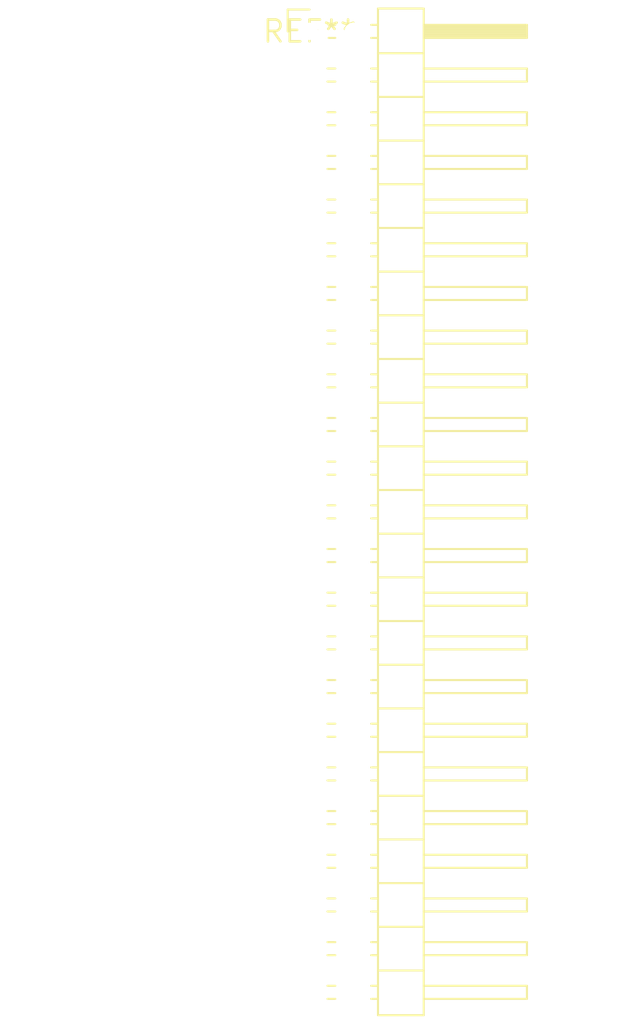
<source format=kicad_pcb>
(kicad_pcb (version 20240108) (generator pcbnew)
  (layers (0 "F.Cu" signal) (31 "B.Cu" signal) (34 "B.Paste" user) (35 "F.Paste" user) (36 "B.SilkS" user "B.Silkscreen") (37 "F.SilkS" user "F.Silkscreen") (38 "B.Mask" user) (39 "F.Mask" user) (44 "Edge.Cuts" user))
  (net 0 "")
  (footprint "PinHeader_2x23_P2.54mm_Horizontal" (layer "F.Cu") (at 0 0)
    (property "Reference" "REF**")
    (property "Value" "PinHeader_2x23_P2.54mm_Horizontal")
    (fp_line (start -1.27 -1.27) (end 0 -1.27) (layer "F.SilkS") (stroke (width 0.12)))
    (fp_line (start -1.27 0) (end -1.27 -1.27) (layer "F.SilkS") (stroke (width 0.12)))
    (fp_line (start 1.042929 2.16) (end 1.497071 2.16) (layer "F.SilkS") (stroke (width 0.12)))
    (fp_line (start 1.042929 2.92) (end 1.497071 2.92) (layer "F.SilkS") (stroke (width 0.12)))
    (fp_line (start 1.042929 4.7) (end 1.497071 4.7) (layer "F.SilkS") (stroke (width 0.12)))
    (fp_line (start 1.042929 5.46) (end 1.497071 5.46) (layer "F.SilkS") (stroke (width 0.12)))
    (fp_line (start 1.042929 7.24) (end 1.497071 7.24) (layer "F.SilkS") (stroke (width 0.12)))
    (fp_line (start 1.042929 8) (end 1.497071 8) (layer "F.SilkS") (stroke (width 0.12)))
    (fp_line (start 1.042929 9.78) (end 1.497071 9.78) (layer "F.SilkS") (stroke (width 0.12)))
    (fp_line (start 1.042929 10.54) (end 1.497071 10.54) (layer "F.SilkS") (stroke (width 0.12)))
    (fp_line (start 1.042929 12.32) (end 1.497071 12.32) (layer "F.SilkS") (stroke (width 0.12)))
    (fp_line (start 1.042929 13.08) (end 1.497071 13.08) (layer "F.SilkS") (stroke (width 0.12)))
    (fp_line (start 1.042929 14.86) (end 1.497071 14.86) (layer "F.SilkS") (stroke (width 0.12)))
    (fp_line (start 1.042929 15.62) (end 1.497071 15.62) (layer "F.SilkS") (stroke (width 0.12)))
    (fp_line (start 1.042929 17.4) (end 1.497071 17.4) (layer "F.SilkS") (stroke (width 0.12)))
    (fp_line (start 1.042929 18.16) (end 1.497071 18.16) (layer "F.SilkS") (stroke (width 0.12)))
    (fp_line (start 1.042929 19.94) (end 1.497071 19.94) (layer "F.SilkS") (stroke (width 0.12)))
    (fp_line (start 1.042929 20.7) (end 1.497071 20.7) (layer "F.SilkS") (stroke (width 0.12)))
    (fp_line (start 1.042929 22.48) (end 1.497071 22.48) (layer "F.SilkS") (stroke (width 0.12)))
    (fp_line (start 1.042929 23.24) (end 1.497071 23.24) (layer "F.SilkS") (stroke (width 0.12)))
    (fp_line (start 1.042929 25.02) (end 1.497071 25.02) (layer "F.SilkS") (stroke (width 0.12)))
    (fp_line (start 1.042929 25.78) (end 1.497071 25.78) (layer "F.SilkS") (stroke (width 0.12)))
    (fp_line (start 1.042929 27.56) (end 1.497071 27.56) (layer "F.SilkS") (stroke (width 0.12)))
    (fp_line (start 1.042929 28.32) (end 1.497071 28.32) (layer "F.SilkS") (stroke (width 0.12)))
    (fp_line (start 1.042929 30.1) (end 1.497071 30.1) (layer "F.SilkS") (stroke (width 0.12)))
    (fp_line (start 1.042929 30.86) (end 1.497071 30.86) (layer "F.SilkS") (stroke (width 0.12)))
    (fp_line (start 1.042929 32.64) (end 1.497071 32.64) (layer "F.SilkS") (stroke (width 0.12)))
    (fp_line (start 1.042929 33.4) (end 1.497071 33.4) (layer "F.SilkS") (stroke (width 0.12)))
    (fp_line (start 1.042929 35.18) (end 1.497071 35.18) (layer "F.SilkS") (stroke (width 0.12)))
    (fp_line (start 1.042929 35.94) (end 1.497071 35.94) (layer "F.SilkS") (stroke (width 0.12)))
    (fp_line (start 1.042929 37.72) (end 1.497071 37.72) (layer "F.SilkS") (stroke (width 0.12)))
    (fp_line (start 1.042929 38.48) (end 1.497071 38.48) (layer "F.SilkS") (stroke (width 0.12)))
    (fp_line (start 1.042929 40.26) (end 1.497071 40.26) (layer "F.SilkS") (stroke (width 0.12)))
    (fp_line (start 1.042929 41.02) (end 1.497071 41.02) (layer "F.SilkS") (stroke (width 0.12)))
    (fp_line (start 1.042929 42.8) (end 1.497071 42.8) (layer "F.SilkS") (stroke (width 0.12)))
    (fp_line (start 1.042929 43.56) (end 1.497071 43.56) (layer "F.SilkS") (stroke (width 0.12)))
    (fp_line (start 1.042929 45.34) (end 1.497071 45.34) (layer "F.SilkS") (stroke (width 0.12)))
    (fp_line (start 1.042929 46.1) (end 1.497071 46.1) (layer "F.SilkS") (stroke (width 0.12)))
    (fp_line (start 1.042929 47.88) (end 1.497071 47.88) (layer "F.SilkS") (stroke (width 0.12)))
    (fp_line (start 1.042929 48.64) (end 1.497071 48.64) (layer "F.SilkS") (stroke (width 0.12)))
    (fp_line (start 1.042929 50.42) (end 1.497071 50.42) (layer "F.SilkS") (stroke (width 0.12)))
    (fp_line (start 1.042929 51.18) (end 1.497071 51.18) (layer "F.SilkS") (stroke (width 0.12)))
    (fp_line (start 1.042929 52.96) (end 1.497071 52.96) (layer "F.SilkS") (stroke (width 0.12)))
    (fp_line (start 1.042929 53.72) (end 1.497071 53.72) (layer "F.SilkS") (stroke (width 0.12)))
    (fp_line (start 1.042929 55.5) (end 1.497071 55.5) (layer "F.SilkS") (stroke (width 0.12)))
    (fp_line (start 1.042929 56.26) (end 1.497071 56.26) (layer "F.SilkS") (stroke (width 0.12)))
    (fp_line (start 1.11 -0.38) (end 1.497071 -0.38) (layer "F.SilkS") (stroke (width 0.12)))
    (fp_line (start 1.11 0.38) (end 1.497071 0.38) (layer "F.SilkS") (stroke (width 0.12)))
    (fp_line (start 3.582929 -0.38) (end 3.98 -0.38) (layer "F.SilkS") (stroke (width 0.12)))
    (fp_line (start 3.582929 0.38) (end 3.98 0.38) (layer "F.SilkS") (stroke (width 0.12)))
    (fp_line (start 3.582929 2.16) (end 3.98 2.16) (layer "F.SilkS") (stroke (width 0.12)))
    (fp_line (start 3.582929 2.92) (end 3.98 2.92) (layer "F.SilkS") (stroke (width 0.12)))
    (fp_line (start 3.582929 4.7) (end 3.98 4.7) (layer "F.SilkS") (stroke (width 0.12)))
    (fp_line (start 3.582929 5.46) (end 3.98 5.46) (layer "F.SilkS") (stroke (width 0.12)))
    (fp_line (start 3.582929 7.24) (end 3.98 7.24) (layer "F.SilkS") (stroke (width 0.12)))
    (fp_line (start 3.582929 8) (end 3.98 8) (layer "F.SilkS") (stroke (width 0.12)))
    (fp_line (start 3.582929 9.78) (end 3.98 9.78) (layer "F.SilkS") (stroke (width 0.12)))
    (fp_line (start 3.582929 10.54) (end 3.98 10.54) (layer "F.SilkS") (stroke (width 0.12)))
    (fp_line (start 3.582929 12.32) (end 3.98 12.32) (layer "F.SilkS") (stroke (width 0.12)))
    (fp_line (start 3.582929 13.08) (end 3.98 13.08) (layer "F.SilkS") (stroke (width 0.12)))
    (fp_line (start 3.582929 14.86) (end 3.98 14.86) (layer "F.SilkS") (stroke (width 0.12)))
    (fp_line (start 3.582929 15.62) (end 3.98 15.62) (layer "F.SilkS") (stroke (width 0.12)))
    (fp_line (start 3.582929 17.4) (end 3.98 17.4) (layer "F.SilkS") (stroke (width 0.12)))
    (fp_line (start 3.582929 18.16) (end 3.98 18.16) (layer "F.SilkS") (stroke (width 0.12)))
    (fp_line (start 3.582929 19.94) (end 3.98 19.94) (layer "F.SilkS") (stroke (width 0.12)))
    (fp_line (start 3.582929 20.7) (end 3.98 20.7) (layer "F.SilkS") (stroke (width 0.12)))
    (fp_line (start 3.582929 22.48) (end 3.98 22.48) (layer "F.SilkS") (stroke (width 0.12)))
    (fp_line (start 3.582929 23.24) (end 3.98 23.24) (layer "F.SilkS") (stroke (width 0.12)))
    (fp_line (start 3.582929 25.02) (end 3.98 25.02) (layer "F.SilkS") (stroke (width 0.12)))
    (fp_line (start 3.582929 25.78) (end 3.98 25.78) (layer "F.SilkS") (stroke (width 0.12)))
    (fp_line (start 3.582929 27.56) (end 3.98 27.56) (layer "F.SilkS") (stroke (width 0.12)))
    (fp_line (start 3.582929 28.32) (end 3.98 28.32) (layer "F.SilkS") (stroke (width 0.12)))
    (fp_line (start 3.582929 30.1) (end 3.98 30.1) (layer "F.SilkS") (stroke (width 0.12)))
    (fp_line (start 3.582929 30.86) (end 3.98 30.86) (layer "F.SilkS") (stroke (width 0.12)))
    (fp_line (start 3.582929 32.64) (end 3.98 32.64) (layer "F.SilkS") (stroke (width 0.12)))
    (fp_line (start 3.582929 33.4) (end 3.98 33.4) (layer "F.SilkS") (stroke (width 0.12)))
    (fp_line (start 3.582929 35.18) (end 3.98 35.18) (layer "F.SilkS") (stroke (width 0.12)))
    (fp_line (start 3.582929 35.94) (end 3.98 35.94) (layer "F.SilkS") (stroke (width 0.12)))
    (fp_line (start 3.582929 37.72) (end 3.98 37.72) (layer "F.SilkS") (stroke (width 0.12)))
    (fp_line (start 3.582929 38.48) (end 3.98 38.48) (layer "F.SilkS") (stroke (width 0.12)))
    (fp_line (start 3.582929 40.26) (end 3.98 40.26) (layer "F.SilkS") (stroke (width 0.12)))
    (fp_line (start 3.582929 41.02) (end 3.98 41.02) (layer "F.SilkS") (stroke (width 0.12)))
    (fp_line (start 3.582929 42.8) (end 3.98 42.8) (layer "F.SilkS") (stroke (width 0.12)))
    (fp_line (start 3.582929 43.56) (end 3.98 43.56) (layer "F.SilkS") (stroke (width 0.12)))
    (fp_line (start 3.582929 45.34) (end 3.98 45.34) (layer "F.SilkS") (stroke (width 0.12)))
    (fp_line (start 3.582929 46.1) (end 3.98 46.1) (layer "F.SilkS") (stroke (width 0.12)))
    (fp_line (start 3.582929 47.88) (end 3.98 47.88) (layer "F.SilkS") (stroke (width 0.12)))
    (fp_line (start 3.582929 48.64) (end 3.98 48.64) (layer "F.SilkS") (stroke (width 0.12)))
    (fp_line (start 3.582929 50.42) (end 3.98 50.42) (layer "F.SilkS") (stroke (width 0.12)))
    (fp_line (start 3.582929 51.18) (end 3.98 51.18) (layer "F.SilkS") (stroke (width 0.12)))
    (fp_line (start 3.582929 52.96) (end 3.98 52.96) (layer "F.SilkS") (stroke (width 0.12)))
    (fp_line (start 3.582929 53.72) (end 3.98 53.72) (layer "F.SilkS") (stroke (width 0.12)))
    (fp_line (start 3.582929 55.5) (end 3.98 55.5) (layer "F.SilkS") (stroke (width 0.12)))
    (fp_line (start 3.582929 56.26) (end 3.98 56.26) (layer "F.SilkS") (stroke (width 0.12)))
    (fp_line (start 3.98 -1.33) (end 3.98 57.21) (layer "F.SilkS") (stroke (width 0.12)))
    (fp_line (start 3.98 1.27) (end 6.64 1.27) (layer "F.SilkS") (stroke (width 0.12)))
    (fp_line (start 3.98 3.81) (end 6.64 3.81) (layer "F.SilkS") (stroke (width 0.12)))
    (fp_line (start 3.98 6.35) (end 6.64 6.35) (layer "F.SilkS") (stroke (width 0.12)))
    (fp_line (start 3.98 8.89) (end 6.64 8.89) (layer "F.SilkS") (stroke (width 0.12)))
    (fp_line (start 3.98 11.43) (end 6.64 11.43) (layer "F.SilkS") (stroke (width 0.12)))
    (fp_line (start 3.98 13.97) (end 6.64 13.97) (layer "F.SilkS") (stroke (width 0.12)))
    (fp_line (start 3.98 16.51) (end 6.64 16.51) (layer "F.SilkS") (stroke (width 0.12)))
    (fp_line (start 3.98 19.05) (end 6.64 19.05) (layer "F.SilkS") (stroke (width 0.12)))
    (fp_line (start 3.98 21.59) (end 6.64 21.59) (layer "F.SilkS") (stroke (width 0.12)))
    (fp_line (start 3.98 24.13) (end 6.64 24.13) (layer "F.SilkS") (stroke (width 0.12)))
    (fp_line (start 3.98 26.67) (end 6.64 26.67) (layer "F.SilkS") (stroke (width 0.12)))
    (fp_line (start 3.98 29.21) (end 6.64 29.21) (layer "F.SilkS") (stroke (width 0.12)))
    (fp_line (start 3.98 31.75) (end 6.64 31.75) (layer "F.SilkS") (stroke (width 0.12)))
    (fp_line (start 3.98 34.29) (end 6.64 34.29) (layer "F.SilkS") (stroke (width 0.12)))
    (fp_line (start 3.98 36.83) (end 6.64 36.83) (layer "F.SilkS") (stroke (width 0.12)))
    (fp_line (start 3.98 39.37) (end 6.64 39.37) (layer "F.SilkS") (stroke (width 0.12)))
    (fp_line (start 3.98 41.91) (end 6.64 41.91) (layer "F.SilkS") (stroke (width 0.12)))
    (fp_line (start 3.98 44.45) (end 6.64 44.45) (layer "F.SilkS") (stroke (width 0.12)))
    (fp_line (start 3.98 46.99) (end 6.64 46.99) (layer "F.SilkS") (stroke (width 0.12)))
    (fp_line (start 3.98 49.53) (end 6.64 49.53) (layer "F.SilkS") (stroke (width 0.12)))
    (fp_line (start 3.98 52.07) (end 6.64 52.07) (layer "F.SilkS") (stroke (width 0.12)))
    (fp_line (start 3.98 54.61) (end 6.64 54.61) (layer "F.SilkS") (stroke (width 0.12)))
    (fp_line (start 3.98 57.21) (end 6.64 57.21) (layer "F.SilkS") (stroke (width 0.12)))
    (fp_line (start 6.64 -1.33) (end 3.98 -1.33) (layer "F.SilkS") (stroke (width 0.12)))
    (fp_line (start 6.64 -0.38) (end 12.64 -0.38) (layer "F.SilkS") (stroke (width 0.12)))
    (fp_line (start 6.64 -0.32) (end 12.64 -0.32) (layer "F.SilkS") (stroke (width 0.12)))
    (fp_line (start 6.64 -0.2) (end 12.64 -0.2) (layer "F.SilkS") (stroke (width 0.12)))
    (fp_line (start 6.64 -0.08) (end 12.64 -0.08) (layer "F.SilkS") (stroke (width 0.12)))
    (fp_line (start 6.64 0.04) (end 12.64 0.04) (layer "F.SilkS") (stroke (width 0.12)))
    (fp_line (start 6.64 0.16) (end 12.64 0.16) (layer "F.SilkS") (stroke (width 0.12)))
    (fp_line (start 6.64 0.28) (end 12.64 0.28) (layer "F.SilkS") (stroke (width 0.12)))
    (fp_line (start 6.64 2.16) (end 12.64 2.16) (layer "F.SilkS") (stroke (width 0.12)))
    (fp_line (start 6.64 4.7) (end 12.64 4.7) (layer "F.SilkS") (stroke (width 0.12)))
    (fp_line (start 6.64 7.24) (end 12.64 7.24) (layer "F.SilkS") (stroke (width 0.12)))
    (fp_line (start 6.64 9.78) (end 12.64 9.78) (layer "F.SilkS") (stroke (width 0.12)))
    (fp_line (start 6.64 12.32) (end 12.64 12.32) (layer "F.SilkS") (stroke (width 0.12)))
    (fp_line (start 6.64 14.86) (end 12.64 14.86) (layer "F.SilkS") (stroke (width 0.12)))
    (fp_line (start 6.64 17.4) (end 12.64 17.4) (layer "F.SilkS") (stroke (width 0.12)))
    (fp_line (start 6.64 19.94) (end 12.64 19.94) (layer "F.SilkS") (stroke (width 0.12)))
    (fp_line (start 6.64 22.48) (end 12.64 22.48) (layer "F.SilkS") (stroke (width 0.12)))
    (fp_line (start 6.64 25.02) (end 12.64 25.02) (layer "F.SilkS") (stroke (width 0.12)))
    (fp_line (start 6.64 27.56) (end 12.64 27.56) (layer "F.SilkS") (stroke (width 0.12)))
    (fp_line (start 6.64 30.1) (end 12.64 30.1) (layer "F.SilkS") (stroke (width 0.12)))
    (fp_line (start 6.64 32.64) (end 12.64 32.64) (layer "F.SilkS") (stroke (width 0.12)))
    (fp_line (start 6.64 35.18) (end 12.64 35.18) (layer "F.SilkS") (stroke (width 0.12)))
    (fp_line (start 6.64 37.72) (end 12.64 37.72) (layer "F.SilkS") (stroke (width 0.12)))
    (fp_line (start 6.64 40.26) (end 12.64 40.26) (layer "F.SilkS") (stroke (width 0.12)))
    (fp_line (start 6.64 42.8) (end 12.64 42.8) (layer "F.SilkS") (stroke (width 0.12)))
    (fp_line (start 6.64 45.34) (end 12.64 45.34) (layer "F.SilkS") (stroke (width 0.12)))
    (fp_line (start 6.64 47.88) (end 12.64 47.88) (layer "F.SilkS") (stroke (width 0.12)))
    (fp_line (start 6.64 50.42) (end 12.64 50.42) (layer "F.SilkS") (stroke (width 0.12)))
    (fp_line (start 6.64 52.96) (end 12.64 52.96) (layer "F.SilkS") (stroke (width 0.12)))
    (fp_line (start 6.64 55.5) (end 12.64 55.5) (layer "F.SilkS") (stroke (width 0.12)))
    (fp_line (start 6.64 57.21) (end 6.64 -1.33) (layer "F.SilkS") (stroke (width 0.12)))
    (fp_line (start 12.64 -0.38) (end 12.64 0.38) (layer "F.SilkS") (stroke (width 0.12)))
    (fp_line (start 12.64 0.38) (end 6.64 0.38) (layer "F.SilkS") (stroke (width 0.12)))
    (fp_line (start 12.64 2.16) (end 12.64 2.92) (layer "F.SilkS") (stroke (width 0.12)))
    (fp_line (start 12.64 2.92) (end 6.64 2.92) (layer "F.SilkS") (stroke (width 0.12)))
    (fp_line (start 12.64 4.7) (end 12.64 5.46) (layer "F.SilkS") (stroke (width 0.12)))
    (fp_line (start 12.64 5.46) (end 6.64 5.46) (layer "F.SilkS") (stroke (width 0.12)))
    (fp_line (start 12.64 7.24) (end 12.64 8) (layer "F.SilkS") (stroke (width 0.12)))
    (fp_line (start 12.64 8) (end 6.64 8) (layer "F.SilkS") (stroke (width 0.12)))
    (fp_line (start 12.64 9.78) (end 12.64 10.54) (layer "F.SilkS") (stroke (width 0.12)))
    (fp_line (start 12.64 10.54) (end 6.64 10.54) (layer "F.SilkS") (stroke (width 0.12)))
    (fp_line (start 12.64 12.32) (end 12.64 13.08) (layer "F.SilkS") (stroke (width 0.12)))
    (fp_line (start 12.64 13.08) (end 6.64 13.08) (layer "F.SilkS") (stroke (width 0.12)))
    (fp_line (start 12.64 14.86) (end 12.64 15.62) (layer "F.SilkS") (stroke (width 0.12)))
    (fp_line (start 12.64 15.62) (end 6.64 15.62) (layer "F.SilkS") (stroke (width 0.12)))
    (fp_line (start 12.64 17.4) (end 12.64 18.16) (layer "F.SilkS") (stroke (width 0.12)))
    (fp_line (start 12.64 18.16) (end 6.64 18.16) (layer "F.SilkS") (stroke (width 0.12)))
    (fp_line (start 12.64 19.94) (end 12.64 20.7) (layer "F.SilkS") (stroke (width 0.12)))
    (fp_line (start 12.64 20.7) (end 6.64 20.7) (layer "F.SilkS") (stroke (width 0.12)))
    (fp_line (start 12.64 22.48) (end 12.64 23.24) (layer "F.SilkS") (stroke (width 0.12)))
    (fp_line (start 12.64 23.24) (end 6.64 23.24) (layer "F.SilkS") (stroke (width 0.12)))
    (fp_line (start 12.64 25.02) (end 12.64 25.78) (layer "F.SilkS") (stroke (width 0.12)))
    (fp_line (start 12.64 25.78) (end 6.64 25.78) (layer "F.SilkS") (stroke (width 0.12)))
    (fp_line (start 12.64 27.56) (end 12.64 28.32) (layer "F.SilkS") (stroke (width 0.12)))
    (fp_line (start 12.64 28.32) (end 6.64 28.32) (layer "F.SilkS") (stroke (width 0.12)))
    (fp_line (start 12.64 30.1) (end 12.64 30.86) (layer "F.SilkS") (stroke (width 0.12)))
    (fp_line (start 12.64 30.86) (end 6.64 30.86) (layer "F.SilkS") (stroke (width 0.12)))
    (fp_line (start 12.64 32.64) (end 12.64 33.4) (layer "F.SilkS") (stroke (width 0.12)))
    (fp_line (start 12.64 33.4) (end 6.64 33.4) (layer "F.SilkS") (stroke (width 0.12)))
    (fp_line (start 12.64 35.18) (end 12.64 35.94) (layer "F.SilkS") (stroke (width 0.12)))
    (fp_line (start 12.64 35.94) (end 6.64 35.94) (layer "F.SilkS") (stroke (width 0.12)))
    (fp_line (start 12.64 37.72) (end 12.64 38.48) (layer "F.SilkS") (stroke (width 0.12)))
    (fp_line (start 12.64 38.48) (end 6.64 38.48) (layer "F.SilkS") (stroke (width 0.12)))
    (fp_line (start 12.64 40.26) (end 12.64 41.02) (layer "F.SilkS") (stroke (width 0.12)))
    (fp_line (start 12.64 41.02) (end 6.64 41.02) (layer "F.SilkS") (stroke (width 0.12)))
    (fp_line (start 12.64 42.8) (end 12.64 43.56) (layer "F.SilkS") (stroke (width 0.12)))
    (fp_line (start 12.64 43.56) (end 6.64 43.56) (layer "F.SilkS") (stroke (width 0.12)))
    (fp_line (start 12.64 45.34) (end 12.64 46.1) (layer "F.SilkS") (stroke (width 0.12)))
    (fp_line (start 12.64 46.1) (end 6.64 46.1) (layer "F.SilkS") (stroke (width 0.12)))
    (fp_line (start 12.64 47.88) (end 12.64 48.64) (layer "F.SilkS") (stroke (width 0.12)))
    (fp_line (start 12.64 48.64) (end 6.64 48.64) (layer "F.SilkS") (stroke (width 0.12)))
    (fp_line (start 12.64 50.42) (end 12.64 51.18) (layer "F.SilkS") (stroke (width 0.12)))
    (fp_line (start 12.64 51.18) (end 6.64 51.18) (layer "F.SilkS") (stroke (width 0.12)))
    (fp_line (start 12.64 52.96) (end 12.64 53.72) (layer "F.SilkS") (stroke (width 0.12)))
    (fp_line (start 12.64 53.72) (end 6.64 53.72) (layer "F.SilkS") (stroke (width 0.12)))
    (fp_line (start 12.64 55.5) (end 12.64 56.26) (layer "F.SilkS") (stroke (width 0.12)))
    (fp_line (start 12.64 56.26) (end 6.64 56.26) (layer "F.SilkS") (stroke (width 0.12)))
    (pad "1" thru_hole rect (at 0 0) (size 1.7 1.7) (drill 1) (layers *.Cu *.Mask) (remove_unused_layers))
    (pad "2" thru_hole oval (at 2.54 0) (size 1.7 1.7) (drill 1) (layers *.Cu *.Mask) (remove_unused_layers))
    (pad "3" thru_hole oval (at 0 2.54) (size 1.7 1.7) (drill 1) (layers *.Cu *.Mask) (remove_unused_layers))
    (pad "4" thru_hole oval (at 2.54 2.54) (size 1.7 1.7) (drill 1) (layers *.Cu *.Mask) (remove_unused_layers))
    (pad "5" thru_hole oval (at 0 5.08) (size 1.7 1.7) (drill 1) (layers *.Cu *.Mask) (remove_unused_layers))
    (pad "6" thru_hole oval (at 2.54 5.08) (size 1.7 1.7) (drill 1) (layers *.Cu *.Mask) (remove_unused_layers))
    (pad "7" thru_hole oval (at 0 7.62) (size 1.7 1.7) (drill 1) (layers *.Cu *.Mask) (remove_unused_layers))
    (pad "8" thru_hole oval (at 2.54 7.62) (size 1.7 1.7) (drill 1) (layers *.Cu *.Mask) (remove_unused_layers))
    (pad "9" thru_hole oval (at 0 10.16) (size 1.7 1.7) (drill 1) (layers *.Cu *.Mask) (remove_unused_layers))
    (pad "10" thru_hole oval (at 2.54 10.16) (size 1.7 1.7) (drill 1) (layers *.Cu *.Mask) (remove_unused_layers))
    (pad "11" thru_hole oval (at 0 12.7) (size 1.7 1.7) (drill 1) (layers *.Cu *.Mask) (remove_unused_layers))
    (pad "12" thru_hole oval (at 2.54 12.7) (size 1.7 1.7) (drill 1) (layers *.Cu *.Mask) (remove_unused_layers))
    (pad "13" thru_hole oval (at 0 15.24) (size 1.7 1.7) (drill 1) (layers *.Cu *.Mask) (remove_unused_layers))
    (pad "14" thru_hole oval (at 2.54 15.24) (size 1.7 1.7) (drill 1) (layers *.Cu *.Mask) (remove_unused_layers))
    (pad "15" thru_hole oval (at 0 17.78) (size 1.7 1.7) (drill 1) (layers *.Cu *.Mask) (remove_unused_layers))
    (pad "16" thru_hole oval (at 2.54 17.78) (size 1.7 1.7) (drill 1) (layers *.Cu *.Mask) (remove_unused_layers))
    (pad "17" thru_hole oval (at 0 20.32) (size 1.7 1.7) (drill 1) (layers *.Cu *.Mask) (remove_unused_layers))
    (pad "18" thru_hole oval (at 2.54 20.32) (size 1.7 1.7) (drill 1) (layers *.Cu *.Mask) (remove_unused_layers))
    (pad "19" thru_hole oval (at 0 22.86) (size 1.7 1.7) (drill 1) (layers *.Cu *.Mask) (remove_unused_layers))
    (pad "20" thru_hole oval (at 2.54 22.86) (size 1.7 1.7) (drill 1) (layers *.Cu *.Mask) (remove_unused_layers))
    (pad "21" thru_hole oval (at 0 25.4) (size 1.7 1.7) (drill 1) (layers *.Cu *.Mask) (remove_unused_layers))
    (pad "22" thru_hole oval (at 2.54 25.4) (size 1.7 1.7) (drill 1) (layers *.Cu *.Mask) (remove_unused_layers))
    (pad "23" thru_hole oval (at 0 27.94) (size 1.7 1.7) (drill 1) (layers *.Cu *.Mask) (remove_unused_layers))
    (pad "24" thru_hole oval (at 2.54 27.94) (size 1.7 1.7) (drill 1) (layers *.Cu *.Mask) (remove_unused_layers))
    (pad "25" thru_hole oval (at 0 30.48) (size 1.7 1.7) (drill 1) (layers *.Cu *.Mask) (remove_unused_layers))
    (pad "26" thru_hole oval (at 2.54 30.48) (size 1.7 1.7) (drill 1) (layers *.Cu *.Mask) (remove_unused_layers))
    (pad "27" thru_hole oval (at 0 33.02) (size 1.7 1.7) (drill 1) (layers *.Cu *.Mask) (remove_unused_layers))
    (pad "28" thru_hole oval (at 2.54 33.02) (size 1.7 1.7) (drill 1) (layers *.Cu *.Mask) (remove_unused_layers))
    (pad "29" thru_hole oval (at 0 35.56) (size 1.7 1.7) (drill 1) (layers *.Cu *.Mask) (remove_unused_layers))
    (pad "30" thru_hole oval (at 2.54 35.56) (size 1.7 1.7) (drill 1) (layers *.Cu *.Mask) (remove_unused_layers))
    (pad "31" thru_hole oval (at 0 38.1) (size 1.7 1.7) (drill 1) (layers *.Cu *.Mask) (remove_unused_layers))
    (pad "32" thru_hole oval (at 2.54 38.1) (size 1.7 1.7) (drill 1) (layers *.Cu *.Mask) (remove_unused_layers))
    (pad "33" thru_hole oval (at 0 40.64) (size 1.7 1.7) (drill 1) (layers *.Cu *.Mask) (remove_unused_layers))
    (pad "34" thru_hole oval (at 2.54 40.64) (size 1.7 1.7) (drill 1) (layers *.Cu *.Mask) (remove_unused_layers))
    (pad "35" thru_hole oval (at 0 43.18) (size 1.7 1.7) (drill 1) (layers *.Cu *.Mask) (remove_unused_layers))
    (pad "36" thru_hole oval (at 2.54 43.18) (size 1.7 1.7) (drill 1) (layers *.Cu *.Mask) (remove_unused_layers))
    (pad "37" thru_hole oval (at 0 45.72) (size 1.7 1.7) (drill 1) (layers *.Cu *.Mask) (remove_unused_layers))
    (pad "38" thru_hole oval (at 2.54 45.72) (size 1.7 1.7) (drill 1) (layers *.Cu *.Mask) (remove_unused_layers))
    (pad "39" thru_hole oval (at 0 48.26) (size 1.7 1.7) (drill 1) (layers *.Cu *.Mask) (remove_unused_layers))
    (pad "40" thru_hole oval (at 2.54 48.26) (size 1.7 1.7) (drill 1) (layers *.Cu *.Mask) (remove_unused_layers))
    (pad "41" thru_hole oval (at 0 50.8) (size 1.7 1.7) (drill 1) (layers *.Cu *.Mask) (remove_unused_layers))
    (pad "42" thru_hole oval (at 2.54 50.8) (size 1.7 1.7) (drill 1) (layers *.Cu *.Mask) (remove_unused_layers))
    (pad "43" thru_hole oval (at 0 53.34) (size 1.7 1.7) (drill 1) (layers *.Cu *.Mask) (remove_unused_layers))
    (pad "44" thru_hole oval (at 2.54 53.34) (size 1.7 1.7) (drill 1) (layers *.Cu *.Mask) (remove_unused_layers))
    (pad "45" thru_hole oval (at 0 55.88) (size 1.7 1.7) (drill 1) (layers *.Cu *.Mask) (remove_unused_layers))
    (pad "46" thru_hole oval (at 2.54 55.88) (size 1.7 1.7) (drill 1) (layers *.Cu *.Mask) (remove_unused_layers))
  )
)
</source>
